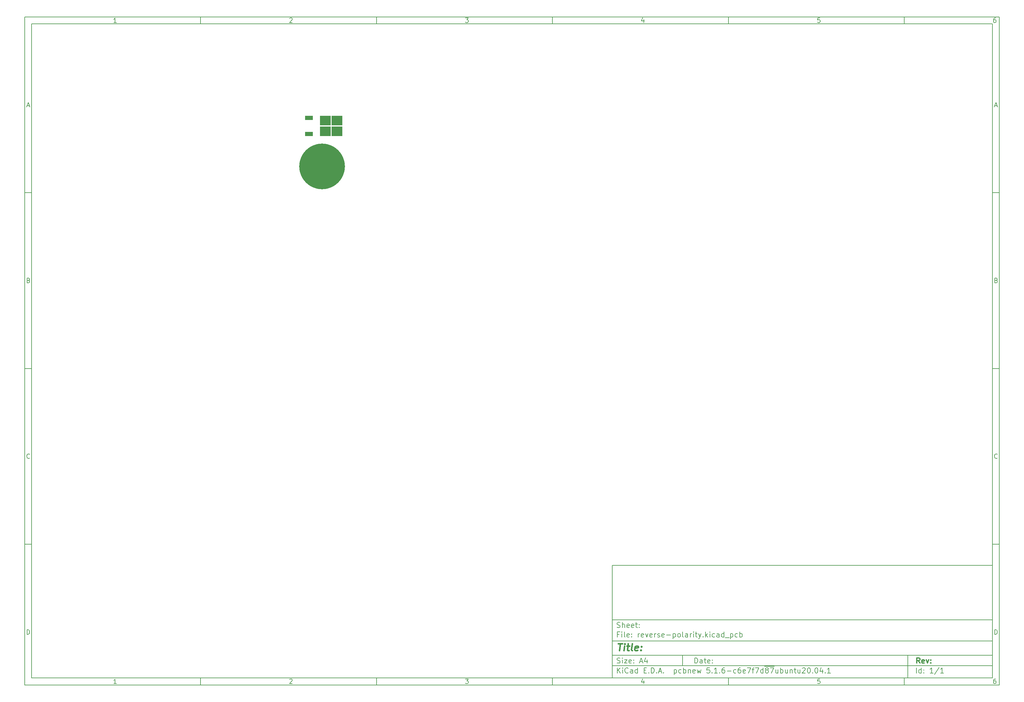
<source format=gbr>
G04 #@! TF.GenerationSoftware,KiCad,Pcbnew,5.1.6-c6e7f7d~87~ubuntu20.04.1*
G04 #@! TF.CreationDate,2020-08-14T09:59:52+02:00*
G04 #@! TF.ProjectId,reverse-polarity,72657665-7273-4652-9d70-6f6c61726974,rev?*
G04 #@! TF.SameCoordinates,Original*
G04 #@! TF.FileFunction,Paste,Top*
G04 #@! TF.FilePolarity,Positive*
%FSLAX46Y46*%
G04 Gerber Fmt 4.6, Leading zero omitted, Abs format (unit mm)*
G04 Created by KiCad (PCBNEW 5.1.6-c6e7f7d~87~ubuntu20.04.1) date 2020-08-14 09:59:52*
%MOMM*%
%LPD*%
G01*
G04 APERTURE LIST*
%ADD10C,0.100000*%
%ADD11C,0.150000*%
%ADD12C,0.300000*%
%ADD13C,0.400000*%
%ADD14R,2.200000X1.200000*%
%ADD15R,3.050000X2.750000*%
%ADD16C,13.000000*%
G04 APERTURE END LIST*
D10*
D11*
X177002200Y-166007200D02*
X177002200Y-198007200D01*
X285002200Y-198007200D01*
X285002200Y-166007200D01*
X177002200Y-166007200D01*
D10*
D11*
X10000000Y-10000000D02*
X10000000Y-200007200D01*
X287002200Y-200007200D01*
X287002200Y-10000000D01*
X10000000Y-10000000D01*
D10*
D11*
X12000000Y-12000000D02*
X12000000Y-198007200D01*
X285002200Y-198007200D01*
X285002200Y-12000000D01*
X12000000Y-12000000D01*
D10*
D11*
X60000000Y-12000000D02*
X60000000Y-10000000D01*
D10*
D11*
X110000000Y-12000000D02*
X110000000Y-10000000D01*
D10*
D11*
X160000000Y-12000000D02*
X160000000Y-10000000D01*
D10*
D11*
X210000000Y-12000000D02*
X210000000Y-10000000D01*
D10*
D11*
X260000000Y-12000000D02*
X260000000Y-10000000D01*
D10*
D11*
X36065476Y-11588095D02*
X35322619Y-11588095D01*
X35694047Y-11588095D02*
X35694047Y-10288095D01*
X35570238Y-10473809D01*
X35446428Y-10597619D01*
X35322619Y-10659523D01*
D10*
D11*
X85322619Y-10411904D02*
X85384523Y-10350000D01*
X85508333Y-10288095D01*
X85817857Y-10288095D01*
X85941666Y-10350000D01*
X86003571Y-10411904D01*
X86065476Y-10535714D01*
X86065476Y-10659523D01*
X86003571Y-10845238D01*
X85260714Y-11588095D01*
X86065476Y-11588095D01*
D10*
D11*
X135260714Y-10288095D02*
X136065476Y-10288095D01*
X135632142Y-10783333D01*
X135817857Y-10783333D01*
X135941666Y-10845238D01*
X136003571Y-10907142D01*
X136065476Y-11030952D01*
X136065476Y-11340476D01*
X136003571Y-11464285D01*
X135941666Y-11526190D01*
X135817857Y-11588095D01*
X135446428Y-11588095D01*
X135322619Y-11526190D01*
X135260714Y-11464285D01*
D10*
D11*
X185941666Y-10721428D02*
X185941666Y-11588095D01*
X185632142Y-10226190D02*
X185322619Y-11154761D01*
X186127380Y-11154761D01*
D10*
D11*
X236003571Y-10288095D02*
X235384523Y-10288095D01*
X235322619Y-10907142D01*
X235384523Y-10845238D01*
X235508333Y-10783333D01*
X235817857Y-10783333D01*
X235941666Y-10845238D01*
X236003571Y-10907142D01*
X236065476Y-11030952D01*
X236065476Y-11340476D01*
X236003571Y-11464285D01*
X235941666Y-11526190D01*
X235817857Y-11588095D01*
X235508333Y-11588095D01*
X235384523Y-11526190D01*
X235322619Y-11464285D01*
D10*
D11*
X285941666Y-10288095D02*
X285694047Y-10288095D01*
X285570238Y-10350000D01*
X285508333Y-10411904D01*
X285384523Y-10597619D01*
X285322619Y-10845238D01*
X285322619Y-11340476D01*
X285384523Y-11464285D01*
X285446428Y-11526190D01*
X285570238Y-11588095D01*
X285817857Y-11588095D01*
X285941666Y-11526190D01*
X286003571Y-11464285D01*
X286065476Y-11340476D01*
X286065476Y-11030952D01*
X286003571Y-10907142D01*
X285941666Y-10845238D01*
X285817857Y-10783333D01*
X285570238Y-10783333D01*
X285446428Y-10845238D01*
X285384523Y-10907142D01*
X285322619Y-11030952D01*
D10*
D11*
X60000000Y-198007200D02*
X60000000Y-200007200D01*
D10*
D11*
X110000000Y-198007200D02*
X110000000Y-200007200D01*
D10*
D11*
X160000000Y-198007200D02*
X160000000Y-200007200D01*
D10*
D11*
X210000000Y-198007200D02*
X210000000Y-200007200D01*
D10*
D11*
X260000000Y-198007200D02*
X260000000Y-200007200D01*
D10*
D11*
X36065476Y-199595295D02*
X35322619Y-199595295D01*
X35694047Y-199595295D02*
X35694047Y-198295295D01*
X35570238Y-198481009D01*
X35446428Y-198604819D01*
X35322619Y-198666723D01*
D10*
D11*
X85322619Y-198419104D02*
X85384523Y-198357200D01*
X85508333Y-198295295D01*
X85817857Y-198295295D01*
X85941666Y-198357200D01*
X86003571Y-198419104D01*
X86065476Y-198542914D01*
X86065476Y-198666723D01*
X86003571Y-198852438D01*
X85260714Y-199595295D01*
X86065476Y-199595295D01*
D10*
D11*
X135260714Y-198295295D02*
X136065476Y-198295295D01*
X135632142Y-198790533D01*
X135817857Y-198790533D01*
X135941666Y-198852438D01*
X136003571Y-198914342D01*
X136065476Y-199038152D01*
X136065476Y-199347676D01*
X136003571Y-199471485D01*
X135941666Y-199533390D01*
X135817857Y-199595295D01*
X135446428Y-199595295D01*
X135322619Y-199533390D01*
X135260714Y-199471485D01*
D10*
D11*
X185941666Y-198728628D02*
X185941666Y-199595295D01*
X185632142Y-198233390D02*
X185322619Y-199161961D01*
X186127380Y-199161961D01*
D10*
D11*
X236003571Y-198295295D02*
X235384523Y-198295295D01*
X235322619Y-198914342D01*
X235384523Y-198852438D01*
X235508333Y-198790533D01*
X235817857Y-198790533D01*
X235941666Y-198852438D01*
X236003571Y-198914342D01*
X236065476Y-199038152D01*
X236065476Y-199347676D01*
X236003571Y-199471485D01*
X235941666Y-199533390D01*
X235817857Y-199595295D01*
X235508333Y-199595295D01*
X235384523Y-199533390D01*
X235322619Y-199471485D01*
D10*
D11*
X285941666Y-198295295D02*
X285694047Y-198295295D01*
X285570238Y-198357200D01*
X285508333Y-198419104D01*
X285384523Y-198604819D01*
X285322619Y-198852438D01*
X285322619Y-199347676D01*
X285384523Y-199471485D01*
X285446428Y-199533390D01*
X285570238Y-199595295D01*
X285817857Y-199595295D01*
X285941666Y-199533390D01*
X286003571Y-199471485D01*
X286065476Y-199347676D01*
X286065476Y-199038152D01*
X286003571Y-198914342D01*
X285941666Y-198852438D01*
X285817857Y-198790533D01*
X285570238Y-198790533D01*
X285446428Y-198852438D01*
X285384523Y-198914342D01*
X285322619Y-199038152D01*
D10*
D11*
X10000000Y-60000000D02*
X12000000Y-60000000D01*
D10*
D11*
X10000000Y-110000000D02*
X12000000Y-110000000D01*
D10*
D11*
X10000000Y-160000000D02*
X12000000Y-160000000D01*
D10*
D11*
X10690476Y-35216666D02*
X11309523Y-35216666D01*
X10566666Y-35588095D02*
X11000000Y-34288095D01*
X11433333Y-35588095D01*
D10*
D11*
X11092857Y-84907142D02*
X11278571Y-84969047D01*
X11340476Y-85030952D01*
X11402380Y-85154761D01*
X11402380Y-85340476D01*
X11340476Y-85464285D01*
X11278571Y-85526190D01*
X11154761Y-85588095D01*
X10659523Y-85588095D01*
X10659523Y-84288095D01*
X11092857Y-84288095D01*
X11216666Y-84350000D01*
X11278571Y-84411904D01*
X11340476Y-84535714D01*
X11340476Y-84659523D01*
X11278571Y-84783333D01*
X11216666Y-84845238D01*
X11092857Y-84907142D01*
X10659523Y-84907142D01*
D10*
D11*
X11402380Y-135464285D02*
X11340476Y-135526190D01*
X11154761Y-135588095D01*
X11030952Y-135588095D01*
X10845238Y-135526190D01*
X10721428Y-135402380D01*
X10659523Y-135278571D01*
X10597619Y-135030952D01*
X10597619Y-134845238D01*
X10659523Y-134597619D01*
X10721428Y-134473809D01*
X10845238Y-134350000D01*
X11030952Y-134288095D01*
X11154761Y-134288095D01*
X11340476Y-134350000D01*
X11402380Y-134411904D01*
D10*
D11*
X10659523Y-185588095D02*
X10659523Y-184288095D01*
X10969047Y-184288095D01*
X11154761Y-184350000D01*
X11278571Y-184473809D01*
X11340476Y-184597619D01*
X11402380Y-184845238D01*
X11402380Y-185030952D01*
X11340476Y-185278571D01*
X11278571Y-185402380D01*
X11154761Y-185526190D01*
X10969047Y-185588095D01*
X10659523Y-185588095D01*
D10*
D11*
X287002200Y-60000000D02*
X285002200Y-60000000D01*
D10*
D11*
X287002200Y-110000000D02*
X285002200Y-110000000D01*
D10*
D11*
X287002200Y-160000000D02*
X285002200Y-160000000D01*
D10*
D11*
X285692676Y-35216666D02*
X286311723Y-35216666D01*
X285568866Y-35588095D02*
X286002200Y-34288095D01*
X286435533Y-35588095D01*
D10*
D11*
X286095057Y-84907142D02*
X286280771Y-84969047D01*
X286342676Y-85030952D01*
X286404580Y-85154761D01*
X286404580Y-85340476D01*
X286342676Y-85464285D01*
X286280771Y-85526190D01*
X286156961Y-85588095D01*
X285661723Y-85588095D01*
X285661723Y-84288095D01*
X286095057Y-84288095D01*
X286218866Y-84350000D01*
X286280771Y-84411904D01*
X286342676Y-84535714D01*
X286342676Y-84659523D01*
X286280771Y-84783333D01*
X286218866Y-84845238D01*
X286095057Y-84907142D01*
X285661723Y-84907142D01*
D10*
D11*
X286404580Y-135464285D02*
X286342676Y-135526190D01*
X286156961Y-135588095D01*
X286033152Y-135588095D01*
X285847438Y-135526190D01*
X285723628Y-135402380D01*
X285661723Y-135278571D01*
X285599819Y-135030952D01*
X285599819Y-134845238D01*
X285661723Y-134597619D01*
X285723628Y-134473809D01*
X285847438Y-134350000D01*
X286033152Y-134288095D01*
X286156961Y-134288095D01*
X286342676Y-134350000D01*
X286404580Y-134411904D01*
D10*
D11*
X285661723Y-185588095D02*
X285661723Y-184288095D01*
X285971247Y-184288095D01*
X286156961Y-184350000D01*
X286280771Y-184473809D01*
X286342676Y-184597619D01*
X286404580Y-184845238D01*
X286404580Y-185030952D01*
X286342676Y-185278571D01*
X286280771Y-185402380D01*
X286156961Y-185526190D01*
X285971247Y-185588095D01*
X285661723Y-185588095D01*
D10*
D11*
X200434342Y-193785771D02*
X200434342Y-192285771D01*
X200791485Y-192285771D01*
X201005771Y-192357200D01*
X201148628Y-192500057D01*
X201220057Y-192642914D01*
X201291485Y-192928628D01*
X201291485Y-193142914D01*
X201220057Y-193428628D01*
X201148628Y-193571485D01*
X201005771Y-193714342D01*
X200791485Y-193785771D01*
X200434342Y-193785771D01*
X202577200Y-193785771D02*
X202577200Y-193000057D01*
X202505771Y-192857200D01*
X202362914Y-192785771D01*
X202077200Y-192785771D01*
X201934342Y-192857200D01*
X202577200Y-193714342D02*
X202434342Y-193785771D01*
X202077200Y-193785771D01*
X201934342Y-193714342D01*
X201862914Y-193571485D01*
X201862914Y-193428628D01*
X201934342Y-193285771D01*
X202077200Y-193214342D01*
X202434342Y-193214342D01*
X202577200Y-193142914D01*
X203077200Y-192785771D02*
X203648628Y-192785771D01*
X203291485Y-192285771D02*
X203291485Y-193571485D01*
X203362914Y-193714342D01*
X203505771Y-193785771D01*
X203648628Y-193785771D01*
X204720057Y-193714342D02*
X204577200Y-193785771D01*
X204291485Y-193785771D01*
X204148628Y-193714342D01*
X204077200Y-193571485D01*
X204077200Y-193000057D01*
X204148628Y-192857200D01*
X204291485Y-192785771D01*
X204577200Y-192785771D01*
X204720057Y-192857200D01*
X204791485Y-193000057D01*
X204791485Y-193142914D01*
X204077200Y-193285771D01*
X205434342Y-193642914D02*
X205505771Y-193714342D01*
X205434342Y-193785771D01*
X205362914Y-193714342D01*
X205434342Y-193642914D01*
X205434342Y-193785771D01*
X205434342Y-192857200D02*
X205505771Y-192928628D01*
X205434342Y-193000057D01*
X205362914Y-192928628D01*
X205434342Y-192857200D01*
X205434342Y-193000057D01*
D10*
D11*
X177002200Y-194507200D02*
X285002200Y-194507200D01*
D10*
D11*
X178434342Y-196585771D02*
X178434342Y-195085771D01*
X179291485Y-196585771D02*
X178648628Y-195728628D01*
X179291485Y-195085771D02*
X178434342Y-195942914D01*
X179934342Y-196585771D02*
X179934342Y-195585771D01*
X179934342Y-195085771D02*
X179862914Y-195157200D01*
X179934342Y-195228628D01*
X180005771Y-195157200D01*
X179934342Y-195085771D01*
X179934342Y-195228628D01*
X181505771Y-196442914D02*
X181434342Y-196514342D01*
X181220057Y-196585771D01*
X181077200Y-196585771D01*
X180862914Y-196514342D01*
X180720057Y-196371485D01*
X180648628Y-196228628D01*
X180577200Y-195942914D01*
X180577200Y-195728628D01*
X180648628Y-195442914D01*
X180720057Y-195300057D01*
X180862914Y-195157200D01*
X181077200Y-195085771D01*
X181220057Y-195085771D01*
X181434342Y-195157200D01*
X181505771Y-195228628D01*
X182791485Y-196585771D02*
X182791485Y-195800057D01*
X182720057Y-195657200D01*
X182577200Y-195585771D01*
X182291485Y-195585771D01*
X182148628Y-195657200D01*
X182791485Y-196514342D02*
X182648628Y-196585771D01*
X182291485Y-196585771D01*
X182148628Y-196514342D01*
X182077200Y-196371485D01*
X182077200Y-196228628D01*
X182148628Y-196085771D01*
X182291485Y-196014342D01*
X182648628Y-196014342D01*
X182791485Y-195942914D01*
X184148628Y-196585771D02*
X184148628Y-195085771D01*
X184148628Y-196514342D02*
X184005771Y-196585771D01*
X183720057Y-196585771D01*
X183577200Y-196514342D01*
X183505771Y-196442914D01*
X183434342Y-196300057D01*
X183434342Y-195871485D01*
X183505771Y-195728628D01*
X183577200Y-195657200D01*
X183720057Y-195585771D01*
X184005771Y-195585771D01*
X184148628Y-195657200D01*
X186005771Y-195800057D02*
X186505771Y-195800057D01*
X186720057Y-196585771D02*
X186005771Y-196585771D01*
X186005771Y-195085771D01*
X186720057Y-195085771D01*
X187362914Y-196442914D02*
X187434342Y-196514342D01*
X187362914Y-196585771D01*
X187291485Y-196514342D01*
X187362914Y-196442914D01*
X187362914Y-196585771D01*
X188077200Y-196585771D02*
X188077200Y-195085771D01*
X188434342Y-195085771D01*
X188648628Y-195157200D01*
X188791485Y-195300057D01*
X188862914Y-195442914D01*
X188934342Y-195728628D01*
X188934342Y-195942914D01*
X188862914Y-196228628D01*
X188791485Y-196371485D01*
X188648628Y-196514342D01*
X188434342Y-196585771D01*
X188077200Y-196585771D01*
X189577200Y-196442914D02*
X189648628Y-196514342D01*
X189577200Y-196585771D01*
X189505771Y-196514342D01*
X189577200Y-196442914D01*
X189577200Y-196585771D01*
X190220057Y-196157200D02*
X190934342Y-196157200D01*
X190077200Y-196585771D02*
X190577200Y-195085771D01*
X191077200Y-196585771D01*
X191577200Y-196442914D02*
X191648628Y-196514342D01*
X191577200Y-196585771D01*
X191505771Y-196514342D01*
X191577200Y-196442914D01*
X191577200Y-196585771D01*
X194577200Y-195585771D02*
X194577200Y-197085771D01*
X194577200Y-195657200D02*
X194720057Y-195585771D01*
X195005771Y-195585771D01*
X195148628Y-195657200D01*
X195220057Y-195728628D01*
X195291485Y-195871485D01*
X195291485Y-196300057D01*
X195220057Y-196442914D01*
X195148628Y-196514342D01*
X195005771Y-196585771D01*
X194720057Y-196585771D01*
X194577200Y-196514342D01*
X196577200Y-196514342D02*
X196434342Y-196585771D01*
X196148628Y-196585771D01*
X196005771Y-196514342D01*
X195934342Y-196442914D01*
X195862914Y-196300057D01*
X195862914Y-195871485D01*
X195934342Y-195728628D01*
X196005771Y-195657200D01*
X196148628Y-195585771D01*
X196434342Y-195585771D01*
X196577200Y-195657200D01*
X197220057Y-196585771D02*
X197220057Y-195085771D01*
X197220057Y-195657200D02*
X197362914Y-195585771D01*
X197648628Y-195585771D01*
X197791485Y-195657200D01*
X197862914Y-195728628D01*
X197934342Y-195871485D01*
X197934342Y-196300057D01*
X197862914Y-196442914D01*
X197791485Y-196514342D01*
X197648628Y-196585771D01*
X197362914Y-196585771D01*
X197220057Y-196514342D01*
X198577200Y-195585771D02*
X198577200Y-196585771D01*
X198577200Y-195728628D02*
X198648628Y-195657200D01*
X198791485Y-195585771D01*
X199005771Y-195585771D01*
X199148628Y-195657200D01*
X199220057Y-195800057D01*
X199220057Y-196585771D01*
X200505771Y-196514342D02*
X200362914Y-196585771D01*
X200077200Y-196585771D01*
X199934342Y-196514342D01*
X199862914Y-196371485D01*
X199862914Y-195800057D01*
X199934342Y-195657200D01*
X200077200Y-195585771D01*
X200362914Y-195585771D01*
X200505771Y-195657200D01*
X200577200Y-195800057D01*
X200577200Y-195942914D01*
X199862914Y-196085771D01*
X201077200Y-195585771D02*
X201362914Y-196585771D01*
X201648628Y-195871485D01*
X201934342Y-196585771D01*
X202220057Y-195585771D01*
X204648628Y-195085771D02*
X203934342Y-195085771D01*
X203862914Y-195800057D01*
X203934342Y-195728628D01*
X204077200Y-195657200D01*
X204434342Y-195657200D01*
X204577200Y-195728628D01*
X204648628Y-195800057D01*
X204720057Y-195942914D01*
X204720057Y-196300057D01*
X204648628Y-196442914D01*
X204577200Y-196514342D01*
X204434342Y-196585771D01*
X204077200Y-196585771D01*
X203934342Y-196514342D01*
X203862914Y-196442914D01*
X205362914Y-196442914D02*
X205434342Y-196514342D01*
X205362914Y-196585771D01*
X205291485Y-196514342D01*
X205362914Y-196442914D01*
X205362914Y-196585771D01*
X206862914Y-196585771D02*
X206005771Y-196585771D01*
X206434342Y-196585771D02*
X206434342Y-195085771D01*
X206291485Y-195300057D01*
X206148628Y-195442914D01*
X206005771Y-195514342D01*
X207505771Y-196442914D02*
X207577200Y-196514342D01*
X207505771Y-196585771D01*
X207434342Y-196514342D01*
X207505771Y-196442914D01*
X207505771Y-196585771D01*
X208862914Y-195085771D02*
X208577200Y-195085771D01*
X208434342Y-195157200D01*
X208362914Y-195228628D01*
X208220057Y-195442914D01*
X208148628Y-195728628D01*
X208148628Y-196300057D01*
X208220057Y-196442914D01*
X208291485Y-196514342D01*
X208434342Y-196585771D01*
X208720057Y-196585771D01*
X208862914Y-196514342D01*
X208934342Y-196442914D01*
X209005771Y-196300057D01*
X209005771Y-195942914D01*
X208934342Y-195800057D01*
X208862914Y-195728628D01*
X208720057Y-195657200D01*
X208434342Y-195657200D01*
X208291485Y-195728628D01*
X208220057Y-195800057D01*
X208148628Y-195942914D01*
X209648628Y-196014342D02*
X210791485Y-196014342D01*
X212148628Y-196514342D02*
X212005771Y-196585771D01*
X211720057Y-196585771D01*
X211577200Y-196514342D01*
X211505771Y-196442914D01*
X211434342Y-196300057D01*
X211434342Y-195871485D01*
X211505771Y-195728628D01*
X211577200Y-195657200D01*
X211720057Y-195585771D01*
X212005771Y-195585771D01*
X212148628Y-195657200D01*
X213434342Y-195085771D02*
X213148628Y-195085771D01*
X213005771Y-195157200D01*
X212934342Y-195228628D01*
X212791485Y-195442914D01*
X212720057Y-195728628D01*
X212720057Y-196300057D01*
X212791485Y-196442914D01*
X212862914Y-196514342D01*
X213005771Y-196585771D01*
X213291485Y-196585771D01*
X213434342Y-196514342D01*
X213505771Y-196442914D01*
X213577200Y-196300057D01*
X213577200Y-195942914D01*
X213505771Y-195800057D01*
X213434342Y-195728628D01*
X213291485Y-195657200D01*
X213005771Y-195657200D01*
X212862914Y-195728628D01*
X212791485Y-195800057D01*
X212720057Y-195942914D01*
X214791485Y-196514342D02*
X214648628Y-196585771D01*
X214362914Y-196585771D01*
X214220057Y-196514342D01*
X214148628Y-196371485D01*
X214148628Y-195800057D01*
X214220057Y-195657200D01*
X214362914Y-195585771D01*
X214648628Y-195585771D01*
X214791485Y-195657200D01*
X214862914Y-195800057D01*
X214862914Y-195942914D01*
X214148628Y-196085771D01*
X215362914Y-195085771D02*
X216362914Y-195085771D01*
X215720057Y-196585771D01*
X216720057Y-195585771D02*
X217291485Y-195585771D01*
X216934342Y-196585771D02*
X216934342Y-195300057D01*
X217005771Y-195157200D01*
X217148628Y-195085771D01*
X217291485Y-195085771D01*
X217648628Y-195085771D02*
X218648628Y-195085771D01*
X218005771Y-196585771D01*
X219862914Y-196585771D02*
X219862914Y-195085771D01*
X219862914Y-196514342D02*
X219720057Y-196585771D01*
X219434342Y-196585771D01*
X219291485Y-196514342D01*
X219220057Y-196442914D01*
X219148628Y-196300057D01*
X219148628Y-195871485D01*
X219220057Y-195728628D01*
X219291485Y-195657200D01*
X219434342Y-195585771D01*
X219720057Y-195585771D01*
X219862914Y-195657200D01*
X220220057Y-194677200D02*
X221648628Y-194677200D01*
X220791485Y-195728628D02*
X220648628Y-195657200D01*
X220577200Y-195585771D01*
X220505771Y-195442914D01*
X220505771Y-195371485D01*
X220577200Y-195228628D01*
X220648628Y-195157200D01*
X220791485Y-195085771D01*
X221077200Y-195085771D01*
X221220057Y-195157200D01*
X221291485Y-195228628D01*
X221362914Y-195371485D01*
X221362914Y-195442914D01*
X221291485Y-195585771D01*
X221220057Y-195657200D01*
X221077200Y-195728628D01*
X220791485Y-195728628D01*
X220648628Y-195800057D01*
X220577200Y-195871485D01*
X220505771Y-196014342D01*
X220505771Y-196300057D01*
X220577200Y-196442914D01*
X220648628Y-196514342D01*
X220791485Y-196585771D01*
X221077200Y-196585771D01*
X221220057Y-196514342D01*
X221291485Y-196442914D01*
X221362914Y-196300057D01*
X221362914Y-196014342D01*
X221291485Y-195871485D01*
X221220057Y-195800057D01*
X221077200Y-195728628D01*
X221648628Y-194677200D02*
X223077200Y-194677200D01*
X221862914Y-195085771D02*
X222862914Y-195085771D01*
X222220057Y-196585771D01*
X224077200Y-195585771D02*
X224077200Y-196585771D01*
X223434342Y-195585771D02*
X223434342Y-196371485D01*
X223505771Y-196514342D01*
X223648628Y-196585771D01*
X223862914Y-196585771D01*
X224005771Y-196514342D01*
X224077200Y-196442914D01*
X224791485Y-196585771D02*
X224791485Y-195085771D01*
X224791485Y-195657200D02*
X224934342Y-195585771D01*
X225220057Y-195585771D01*
X225362914Y-195657200D01*
X225434342Y-195728628D01*
X225505771Y-195871485D01*
X225505771Y-196300057D01*
X225434342Y-196442914D01*
X225362914Y-196514342D01*
X225220057Y-196585771D01*
X224934342Y-196585771D01*
X224791485Y-196514342D01*
X226791485Y-195585771D02*
X226791485Y-196585771D01*
X226148628Y-195585771D02*
X226148628Y-196371485D01*
X226220057Y-196514342D01*
X226362914Y-196585771D01*
X226577200Y-196585771D01*
X226720057Y-196514342D01*
X226791485Y-196442914D01*
X227505771Y-195585771D02*
X227505771Y-196585771D01*
X227505771Y-195728628D02*
X227577200Y-195657200D01*
X227720057Y-195585771D01*
X227934342Y-195585771D01*
X228077200Y-195657200D01*
X228148628Y-195800057D01*
X228148628Y-196585771D01*
X228648628Y-195585771D02*
X229220057Y-195585771D01*
X228862914Y-195085771D02*
X228862914Y-196371485D01*
X228934342Y-196514342D01*
X229077200Y-196585771D01*
X229220057Y-196585771D01*
X230362914Y-195585771D02*
X230362914Y-196585771D01*
X229720057Y-195585771D02*
X229720057Y-196371485D01*
X229791485Y-196514342D01*
X229934342Y-196585771D01*
X230148628Y-196585771D01*
X230291485Y-196514342D01*
X230362914Y-196442914D01*
X231005771Y-195228628D02*
X231077200Y-195157200D01*
X231220057Y-195085771D01*
X231577200Y-195085771D01*
X231720057Y-195157200D01*
X231791485Y-195228628D01*
X231862914Y-195371485D01*
X231862914Y-195514342D01*
X231791485Y-195728628D01*
X230934342Y-196585771D01*
X231862914Y-196585771D01*
X232791485Y-195085771D02*
X232934342Y-195085771D01*
X233077200Y-195157200D01*
X233148628Y-195228628D01*
X233220057Y-195371485D01*
X233291485Y-195657200D01*
X233291485Y-196014342D01*
X233220057Y-196300057D01*
X233148628Y-196442914D01*
X233077200Y-196514342D01*
X232934342Y-196585771D01*
X232791485Y-196585771D01*
X232648628Y-196514342D01*
X232577200Y-196442914D01*
X232505771Y-196300057D01*
X232434342Y-196014342D01*
X232434342Y-195657200D01*
X232505771Y-195371485D01*
X232577200Y-195228628D01*
X232648628Y-195157200D01*
X232791485Y-195085771D01*
X233934342Y-196442914D02*
X234005771Y-196514342D01*
X233934342Y-196585771D01*
X233862914Y-196514342D01*
X233934342Y-196442914D01*
X233934342Y-196585771D01*
X234934342Y-195085771D02*
X235077200Y-195085771D01*
X235220057Y-195157200D01*
X235291485Y-195228628D01*
X235362914Y-195371485D01*
X235434342Y-195657200D01*
X235434342Y-196014342D01*
X235362914Y-196300057D01*
X235291485Y-196442914D01*
X235220057Y-196514342D01*
X235077200Y-196585771D01*
X234934342Y-196585771D01*
X234791485Y-196514342D01*
X234720057Y-196442914D01*
X234648628Y-196300057D01*
X234577200Y-196014342D01*
X234577200Y-195657200D01*
X234648628Y-195371485D01*
X234720057Y-195228628D01*
X234791485Y-195157200D01*
X234934342Y-195085771D01*
X236720057Y-195585771D02*
X236720057Y-196585771D01*
X236362914Y-195014342D02*
X236005771Y-196085771D01*
X236934342Y-196085771D01*
X237505771Y-196442914D02*
X237577199Y-196514342D01*
X237505771Y-196585771D01*
X237434342Y-196514342D01*
X237505771Y-196442914D01*
X237505771Y-196585771D01*
X239005771Y-196585771D02*
X238148628Y-196585771D01*
X238577200Y-196585771D02*
X238577200Y-195085771D01*
X238434342Y-195300057D01*
X238291485Y-195442914D01*
X238148628Y-195514342D01*
D10*
D11*
X177002200Y-191507200D02*
X285002200Y-191507200D01*
D10*
D12*
X264411485Y-193785771D02*
X263911485Y-193071485D01*
X263554342Y-193785771D02*
X263554342Y-192285771D01*
X264125771Y-192285771D01*
X264268628Y-192357200D01*
X264340057Y-192428628D01*
X264411485Y-192571485D01*
X264411485Y-192785771D01*
X264340057Y-192928628D01*
X264268628Y-193000057D01*
X264125771Y-193071485D01*
X263554342Y-193071485D01*
X265625771Y-193714342D02*
X265482914Y-193785771D01*
X265197200Y-193785771D01*
X265054342Y-193714342D01*
X264982914Y-193571485D01*
X264982914Y-193000057D01*
X265054342Y-192857200D01*
X265197200Y-192785771D01*
X265482914Y-192785771D01*
X265625771Y-192857200D01*
X265697200Y-193000057D01*
X265697200Y-193142914D01*
X264982914Y-193285771D01*
X266197200Y-192785771D02*
X266554342Y-193785771D01*
X266911485Y-192785771D01*
X267482914Y-193642914D02*
X267554342Y-193714342D01*
X267482914Y-193785771D01*
X267411485Y-193714342D01*
X267482914Y-193642914D01*
X267482914Y-193785771D01*
X267482914Y-192857200D02*
X267554342Y-192928628D01*
X267482914Y-193000057D01*
X267411485Y-192928628D01*
X267482914Y-192857200D01*
X267482914Y-193000057D01*
D10*
D11*
X178362914Y-193714342D02*
X178577200Y-193785771D01*
X178934342Y-193785771D01*
X179077200Y-193714342D01*
X179148628Y-193642914D01*
X179220057Y-193500057D01*
X179220057Y-193357200D01*
X179148628Y-193214342D01*
X179077200Y-193142914D01*
X178934342Y-193071485D01*
X178648628Y-193000057D01*
X178505771Y-192928628D01*
X178434342Y-192857200D01*
X178362914Y-192714342D01*
X178362914Y-192571485D01*
X178434342Y-192428628D01*
X178505771Y-192357200D01*
X178648628Y-192285771D01*
X179005771Y-192285771D01*
X179220057Y-192357200D01*
X179862914Y-193785771D02*
X179862914Y-192785771D01*
X179862914Y-192285771D02*
X179791485Y-192357200D01*
X179862914Y-192428628D01*
X179934342Y-192357200D01*
X179862914Y-192285771D01*
X179862914Y-192428628D01*
X180434342Y-192785771D02*
X181220057Y-192785771D01*
X180434342Y-193785771D01*
X181220057Y-193785771D01*
X182362914Y-193714342D02*
X182220057Y-193785771D01*
X181934342Y-193785771D01*
X181791485Y-193714342D01*
X181720057Y-193571485D01*
X181720057Y-193000057D01*
X181791485Y-192857200D01*
X181934342Y-192785771D01*
X182220057Y-192785771D01*
X182362914Y-192857200D01*
X182434342Y-193000057D01*
X182434342Y-193142914D01*
X181720057Y-193285771D01*
X183077200Y-193642914D02*
X183148628Y-193714342D01*
X183077200Y-193785771D01*
X183005771Y-193714342D01*
X183077200Y-193642914D01*
X183077200Y-193785771D01*
X183077200Y-192857200D02*
X183148628Y-192928628D01*
X183077200Y-193000057D01*
X183005771Y-192928628D01*
X183077200Y-192857200D01*
X183077200Y-193000057D01*
X184862914Y-193357200D02*
X185577200Y-193357200D01*
X184720057Y-193785771D02*
X185220057Y-192285771D01*
X185720057Y-193785771D01*
X186862914Y-192785771D02*
X186862914Y-193785771D01*
X186505771Y-192214342D02*
X186148628Y-193285771D01*
X187077200Y-193285771D01*
D10*
D11*
X263434342Y-196585771D02*
X263434342Y-195085771D01*
X264791485Y-196585771D02*
X264791485Y-195085771D01*
X264791485Y-196514342D02*
X264648628Y-196585771D01*
X264362914Y-196585771D01*
X264220057Y-196514342D01*
X264148628Y-196442914D01*
X264077200Y-196300057D01*
X264077200Y-195871485D01*
X264148628Y-195728628D01*
X264220057Y-195657200D01*
X264362914Y-195585771D01*
X264648628Y-195585771D01*
X264791485Y-195657200D01*
X265505771Y-196442914D02*
X265577200Y-196514342D01*
X265505771Y-196585771D01*
X265434342Y-196514342D01*
X265505771Y-196442914D01*
X265505771Y-196585771D01*
X265505771Y-195657200D02*
X265577200Y-195728628D01*
X265505771Y-195800057D01*
X265434342Y-195728628D01*
X265505771Y-195657200D01*
X265505771Y-195800057D01*
X268148628Y-196585771D02*
X267291485Y-196585771D01*
X267720057Y-196585771D02*
X267720057Y-195085771D01*
X267577200Y-195300057D01*
X267434342Y-195442914D01*
X267291485Y-195514342D01*
X269862914Y-195014342D02*
X268577200Y-196942914D01*
X271148628Y-196585771D02*
X270291485Y-196585771D01*
X270720057Y-196585771D02*
X270720057Y-195085771D01*
X270577200Y-195300057D01*
X270434342Y-195442914D01*
X270291485Y-195514342D01*
D10*
D11*
X177002200Y-187507200D02*
X285002200Y-187507200D01*
D10*
D13*
X178714580Y-188211961D02*
X179857438Y-188211961D01*
X179036009Y-190211961D02*
X179286009Y-188211961D01*
X180274104Y-190211961D02*
X180440771Y-188878628D01*
X180524104Y-188211961D02*
X180416961Y-188307200D01*
X180500295Y-188402438D01*
X180607438Y-188307200D01*
X180524104Y-188211961D01*
X180500295Y-188402438D01*
X181107438Y-188878628D02*
X181869342Y-188878628D01*
X181476485Y-188211961D02*
X181262200Y-189926247D01*
X181333628Y-190116723D01*
X181512200Y-190211961D01*
X181702676Y-190211961D01*
X182655057Y-190211961D02*
X182476485Y-190116723D01*
X182405057Y-189926247D01*
X182619342Y-188211961D01*
X184190771Y-190116723D02*
X183988390Y-190211961D01*
X183607438Y-190211961D01*
X183428866Y-190116723D01*
X183357438Y-189926247D01*
X183452676Y-189164342D01*
X183571723Y-188973866D01*
X183774104Y-188878628D01*
X184155057Y-188878628D01*
X184333628Y-188973866D01*
X184405057Y-189164342D01*
X184381247Y-189354819D01*
X183405057Y-189545295D01*
X185155057Y-190021485D02*
X185238390Y-190116723D01*
X185131247Y-190211961D01*
X185047914Y-190116723D01*
X185155057Y-190021485D01*
X185131247Y-190211961D01*
X185286009Y-188973866D02*
X185369342Y-189069104D01*
X185262200Y-189164342D01*
X185178866Y-189069104D01*
X185286009Y-188973866D01*
X185262200Y-189164342D01*
D10*
D11*
X178934342Y-185600057D02*
X178434342Y-185600057D01*
X178434342Y-186385771D02*
X178434342Y-184885771D01*
X179148628Y-184885771D01*
X179720057Y-186385771D02*
X179720057Y-185385771D01*
X179720057Y-184885771D02*
X179648628Y-184957200D01*
X179720057Y-185028628D01*
X179791485Y-184957200D01*
X179720057Y-184885771D01*
X179720057Y-185028628D01*
X180648628Y-186385771D02*
X180505771Y-186314342D01*
X180434342Y-186171485D01*
X180434342Y-184885771D01*
X181791485Y-186314342D02*
X181648628Y-186385771D01*
X181362914Y-186385771D01*
X181220057Y-186314342D01*
X181148628Y-186171485D01*
X181148628Y-185600057D01*
X181220057Y-185457200D01*
X181362914Y-185385771D01*
X181648628Y-185385771D01*
X181791485Y-185457200D01*
X181862914Y-185600057D01*
X181862914Y-185742914D01*
X181148628Y-185885771D01*
X182505771Y-186242914D02*
X182577200Y-186314342D01*
X182505771Y-186385771D01*
X182434342Y-186314342D01*
X182505771Y-186242914D01*
X182505771Y-186385771D01*
X182505771Y-185457200D02*
X182577200Y-185528628D01*
X182505771Y-185600057D01*
X182434342Y-185528628D01*
X182505771Y-185457200D01*
X182505771Y-185600057D01*
X184362914Y-186385771D02*
X184362914Y-185385771D01*
X184362914Y-185671485D02*
X184434342Y-185528628D01*
X184505771Y-185457200D01*
X184648628Y-185385771D01*
X184791485Y-185385771D01*
X185862914Y-186314342D02*
X185720057Y-186385771D01*
X185434342Y-186385771D01*
X185291485Y-186314342D01*
X185220057Y-186171485D01*
X185220057Y-185600057D01*
X185291485Y-185457200D01*
X185434342Y-185385771D01*
X185720057Y-185385771D01*
X185862914Y-185457200D01*
X185934342Y-185600057D01*
X185934342Y-185742914D01*
X185220057Y-185885771D01*
X186434342Y-185385771D02*
X186791485Y-186385771D01*
X187148628Y-185385771D01*
X188291485Y-186314342D02*
X188148628Y-186385771D01*
X187862914Y-186385771D01*
X187720057Y-186314342D01*
X187648628Y-186171485D01*
X187648628Y-185600057D01*
X187720057Y-185457200D01*
X187862914Y-185385771D01*
X188148628Y-185385771D01*
X188291485Y-185457200D01*
X188362914Y-185600057D01*
X188362914Y-185742914D01*
X187648628Y-185885771D01*
X189005771Y-186385771D02*
X189005771Y-185385771D01*
X189005771Y-185671485D02*
X189077200Y-185528628D01*
X189148628Y-185457200D01*
X189291485Y-185385771D01*
X189434342Y-185385771D01*
X189862914Y-186314342D02*
X190005771Y-186385771D01*
X190291485Y-186385771D01*
X190434342Y-186314342D01*
X190505771Y-186171485D01*
X190505771Y-186100057D01*
X190434342Y-185957200D01*
X190291485Y-185885771D01*
X190077200Y-185885771D01*
X189934342Y-185814342D01*
X189862914Y-185671485D01*
X189862914Y-185600057D01*
X189934342Y-185457200D01*
X190077200Y-185385771D01*
X190291485Y-185385771D01*
X190434342Y-185457200D01*
X191720057Y-186314342D02*
X191577200Y-186385771D01*
X191291485Y-186385771D01*
X191148628Y-186314342D01*
X191077200Y-186171485D01*
X191077200Y-185600057D01*
X191148628Y-185457200D01*
X191291485Y-185385771D01*
X191577200Y-185385771D01*
X191720057Y-185457200D01*
X191791485Y-185600057D01*
X191791485Y-185742914D01*
X191077200Y-185885771D01*
X192434342Y-185814342D02*
X193577200Y-185814342D01*
X194291485Y-185385771D02*
X194291485Y-186885771D01*
X194291485Y-185457200D02*
X194434342Y-185385771D01*
X194720057Y-185385771D01*
X194862914Y-185457200D01*
X194934342Y-185528628D01*
X195005771Y-185671485D01*
X195005771Y-186100057D01*
X194934342Y-186242914D01*
X194862914Y-186314342D01*
X194720057Y-186385771D01*
X194434342Y-186385771D01*
X194291485Y-186314342D01*
X195862914Y-186385771D02*
X195720057Y-186314342D01*
X195648628Y-186242914D01*
X195577200Y-186100057D01*
X195577200Y-185671485D01*
X195648628Y-185528628D01*
X195720057Y-185457200D01*
X195862914Y-185385771D01*
X196077200Y-185385771D01*
X196220057Y-185457200D01*
X196291485Y-185528628D01*
X196362914Y-185671485D01*
X196362914Y-186100057D01*
X196291485Y-186242914D01*
X196220057Y-186314342D01*
X196077200Y-186385771D01*
X195862914Y-186385771D01*
X197220057Y-186385771D02*
X197077200Y-186314342D01*
X197005771Y-186171485D01*
X197005771Y-184885771D01*
X198434342Y-186385771D02*
X198434342Y-185600057D01*
X198362914Y-185457200D01*
X198220057Y-185385771D01*
X197934342Y-185385771D01*
X197791485Y-185457200D01*
X198434342Y-186314342D02*
X198291485Y-186385771D01*
X197934342Y-186385771D01*
X197791485Y-186314342D01*
X197720057Y-186171485D01*
X197720057Y-186028628D01*
X197791485Y-185885771D01*
X197934342Y-185814342D01*
X198291485Y-185814342D01*
X198434342Y-185742914D01*
X199148628Y-186385771D02*
X199148628Y-185385771D01*
X199148628Y-185671485D02*
X199220057Y-185528628D01*
X199291485Y-185457200D01*
X199434342Y-185385771D01*
X199577200Y-185385771D01*
X200077200Y-186385771D02*
X200077200Y-185385771D01*
X200077200Y-184885771D02*
X200005771Y-184957200D01*
X200077200Y-185028628D01*
X200148628Y-184957200D01*
X200077200Y-184885771D01*
X200077200Y-185028628D01*
X200577200Y-185385771D02*
X201148628Y-185385771D01*
X200791485Y-184885771D02*
X200791485Y-186171485D01*
X200862914Y-186314342D01*
X201005771Y-186385771D01*
X201148628Y-186385771D01*
X201505771Y-185385771D02*
X201862914Y-186385771D01*
X202220057Y-185385771D02*
X201862914Y-186385771D01*
X201720057Y-186742914D01*
X201648628Y-186814342D01*
X201505771Y-186885771D01*
X202791485Y-186242914D02*
X202862914Y-186314342D01*
X202791485Y-186385771D01*
X202720057Y-186314342D01*
X202791485Y-186242914D01*
X202791485Y-186385771D01*
X203505771Y-186385771D02*
X203505771Y-184885771D01*
X203648628Y-185814342D02*
X204077200Y-186385771D01*
X204077200Y-185385771D02*
X203505771Y-185957200D01*
X204720057Y-186385771D02*
X204720057Y-185385771D01*
X204720057Y-184885771D02*
X204648628Y-184957200D01*
X204720057Y-185028628D01*
X204791485Y-184957200D01*
X204720057Y-184885771D01*
X204720057Y-185028628D01*
X206077200Y-186314342D02*
X205934342Y-186385771D01*
X205648628Y-186385771D01*
X205505771Y-186314342D01*
X205434342Y-186242914D01*
X205362914Y-186100057D01*
X205362914Y-185671485D01*
X205434342Y-185528628D01*
X205505771Y-185457200D01*
X205648628Y-185385771D01*
X205934342Y-185385771D01*
X206077200Y-185457200D01*
X207362914Y-186385771D02*
X207362914Y-185600057D01*
X207291485Y-185457200D01*
X207148628Y-185385771D01*
X206862914Y-185385771D01*
X206720057Y-185457200D01*
X207362914Y-186314342D02*
X207220057Y-186385771D01*
X206862914Y-186385771D01*
X206720057Y-186314342D01*
X206648628Y-186171485D01*
X206648628Y-186028628D01*
X206720057Y-185885771D01*
X206862914Y-185814342D01*
X207220057Y-185814342D01*
X207362914Y-185742914D01*
X208720057Y-186385771D02*
X208720057Y-184885771D01*
X208720057Y-186314342D02*
X208577200Y-186385771D01*
X208291485Y-186385771D01*
X208148628Y-186314342D01*
X208077200Y-186242914D01*
X208005771Y-186100057D01*
X208005771Y-185671485D01*
X208077200Y-185528628D01*
X208148628Y-185457200D01*
X208291485Y-185385771D01*
X208577200Y-185385771D01*
X208720057Y-185457200D01*
X209077200Y-186528628D02*
X210220057Y-186528628D01*
X210577200Y-185385771D02*
X210577200Y-186885771D01*
X210577200Y-185457200D02*
X210720057Y-185385771D01*
X211005771Y-185385771D01*
X211148628Y-185457200D01*
X211220057Y-185528628D01*
X211291485Y-185671485D01*
X211291485Y-186100057D01*
X211220057Y-186242914D01*
X211148628Y-186314342D01*
X211005771Y-186385771D01*
X210720057Y-186385771D01*
X210577200Y-186314342D01*
X212577200Y-186314342D02*
X212434342Y-186385771D01*
X212148628Y-186385771D01*
X212005771Y-186314342D01*
X211934342Y-186242914D01*
X211862914Y-186100057D01*
X211862914Y-185671485D01*
X211934342Y-185528628D01*
X212005771Y-185457200D01*
X212148628Y-185385771D01*
X212434342Y-185385771D01*
X212577200Y-185457200D01*
X213220057Y-186385771D02*
X213220057Y-184885771D01*
X213220057Y-185457200D02*
X213362914Y-185385771D01*
X213648628Y-185385771D01*
X213791485Y-185457200D01*
X213862914Y-185528628D01*
X213934342Y-185671485D01*
X213934342Y-186100057D01*
X213862914Y-186242914D01*
X213791485Y-186314342D01*
X213648628Y-186385771D01*
X213362914Y-186385771D01*
X213220057Y-186314342D01*
D10*
D11*
X177002200Y-181507200D02*
X285002200Y-181507200D01*
D10*
D11*
X178362914Y-183614342D02*
X178577200Y-183685771D01*
X178934342Y-183685771D01*
X179077200Y-183614342D01*
X179148628Y-183542914D01*
X179220057Y-183400057D01*
X179220057Y-183257200D01*
X179148628Y-183114342D01*
X179077200Y-183042914D01*
X178934342Y-182971485D01*
X178648628Y-182900057D01*
X178505771Y-182828628D01*
X178434342Y-182757200D01*
X178362914Y-182614342D01*
X178362914Y-182471485D01*
X178434342Y-182328628D01*
X178505771Y-182257200D01*
X178648628Y-182185771D01*
X179005771Y-182185771D01*
X179220057Y-182257200D01*
X179862914Y-183685771D02*
X179862914Y-182185771D01*
X180505771Y-183685771D02*
X180505771Y-182900057D01*
X180434342Y-182757200D01*
X180291485Y-182685771D01*
X180077200Y-182685771D01*
X179934342Y-182757200D01*
X179862914Y-182828628D01*
X181791485Y-183614342D02*
X181648628Y-183685771D01*
X181362914Y-183685771D01*
X181220057Y-183614342D01*
X181148628Y-183471485D01*
X181148628Y-182900057D01*
X181220057Y-182757200D01*
X181362914Y-182685771D01*
X181648628Y-182685771D01*
X181791485Y-182757200D01*
X181862914Y-182900057D01*
X181862914Y-183042914D01*
X181148628Y-183185771D01*
X183077200Y-183614342D02*
X182934342Y-183685771D01*
X182648628Y-183685771D01*
X182505771Y-183614342D01*
X182434342Y-183471485D01*
X182434342Y-182900057D01*
X182505771Y-182757200D01*
X182648628Y-182685771D01*
X182934342Y-182685771D01*
X183077200Y-182757200D01*
X183148628Y-182900057D01*
X183148628Y-183042914D01*
X182434342Y-183185771D01*
X183577200Y-182685771D02*
X184148628Y-182685771D01*
X183791485Y-182185771D02*
X183791485Y-183471485D01*
X183862914Y-183614342D01*
X184005771Y-183685771D01*
X184148628Y-183685771D01*
X184648628Y-183542914D02*
X184720057Y-183614342D01*
X184648628Y-183685771D01*
X184577200Y-183614342D01*
X184648628Y-183542914D01*
X184648628Y-183685771D01*
X184648628Y-182757200D02*
X184720057Y-182828628D01*
X184648628Y-182900057D01*
X184577200Y-182828628D01*
X184648628Y-182757200D01*
X184648628Y-182900057D01*
D10*
D11*
X197002200Y-191507200D02*
X197002200Y-194507200D01*
D10*
D11*
X261002200Y-191507200D02*
X261002200Y-198007200D01*
D14*
X90800000Y-38720000D03*
X90800000Y-43280000D03*
D15*
X98775000Y-42525000D03*
X95425000Y-39475000D03*
X98775000Y-39475000D03*
X95425000Y-42525000D03*
D16*
X94500000Y-52500000D03*
M02*

</source>
